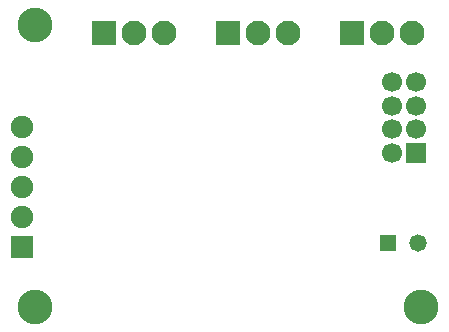
<source format=gbr>
G04 DipTrace 2.4.0.2*
%INBottomMask.gbr*%
%MOIN*%
%ADD24R,0.0669X0.0669*%
%ADD25C,0.0669*%
%ADD28R,0.0748X0.0748*%
%ADD29C,0.0748*%
%ADD38C,0.116*%
%ADD57C,0.0827*%
%ADD58R,0.0827X0.0827*%
%ADD63R,0.0579X0.0579*%
%ADD65C,0.0579*%
%FSLAX44Y44*%
G04*
G70*
G90*
G75*
G01*
%LNBotMask*%
%LPD*%
D65*
X17752Y7138D3*
D63*
X16752D3*
D38*
X5002Y5013D3*
Y14388D3*
X17877Y5013D3*
D24*
X17690Y10138D3*
D25*
Y10925D3*
Y11712D3*
Y12500D3*
X16903D3*
Y11712D3*
Y10925D3*
Y10138D3*
D28*
X4565Y6991D3*
D29*
Y7991D3*
Y8991D3*
Y9991D3*
Y10991D3*
D58*
X15565Y14138D3*
D57*
X16565D3*
X17565D3*
D58*
X7315D3*
D57*
X8315D3*
X9315D3*
D58*
X11440D3*
D57*
X12440D3*
X13440D3*
M02*

</source>
